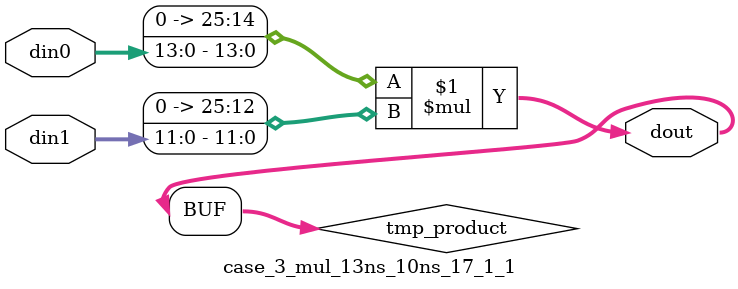
<source format=v>

`timescale 1 ns / 1 ps

 (* use_dsp = "no" *)  module case_3_mul_13ns_10ns_17_1_1(din0, din1, dout);
parameter ID = 1;
parameter NUM_STAGE = 0;
parameter din0_WIDTH = 14;
parameter din1_WIDTH = 12;
parameter dout_WIDTH = 26;

input [din0_WIDTH - 1 : 0] din0; 
input [din1_WIDTH - 1 : 0] din1; 
output [dout_WIDTH - 1 : 0] dout;

wire signed [dout_WIDTH - 1 : 0] tmp_product;
























assign tmp_product = $signed({1'b0, din0}) * $signed({1'b0, din1});











assign dout = tmp_product;





















endmodule

</source>
